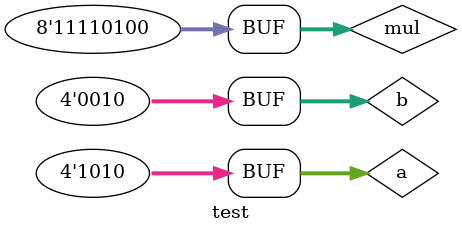
<source format=v>
`timescale 1ns / 1ps

module test();
    reg [3:0]a = 4'b1010;
    reg [3:0]b = 4'b0010;
    
    reg [7:0] mul;
    always@* begin
        mul = $signed(a)*$signed(b);
        $display(mul);
    end
endmodule

</source>
